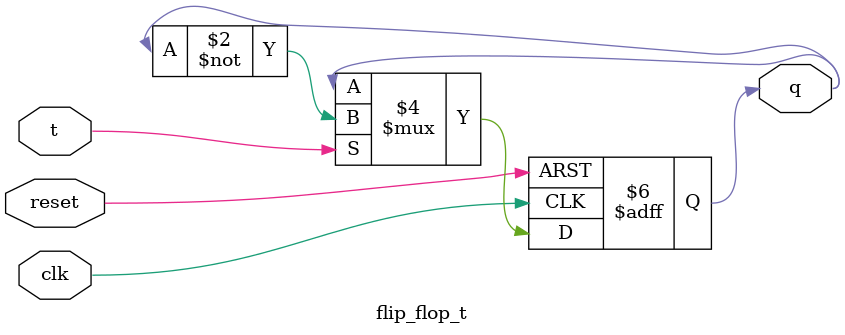
<source format=v>
`timescale 1ns / 1ps
module flip_flop_t(t,q,clk,reset);
input t ,clk,reset ;
output reg q ;

always @(posedge clk or posedge reset)begin

if(reset)
   q <= 1'b0 ;

else if(t) 
   q <= ~q ;

else
   q <= q;
end

endmodule

</source>
